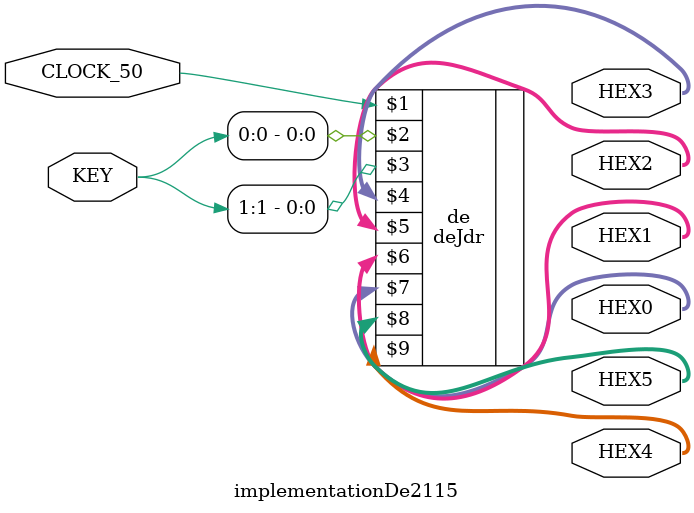
<source format=v>
module implementationDe2115(CLOCK_50, KEY, HEX0, HEX1, HEX2, HEX3, HEX4, HEX5);

input CLOCK_50;
input [1:0] KEY;
output [6:0] HEX0, HEX1, HEX2, HEX3, HEX4, HEX5;

deJdr de(CLOCK_50, KEY[0], KEY[1], HEX3, HEX2, HEX1, HEX0, HEX5, HEX4);

endmodule

</source>
